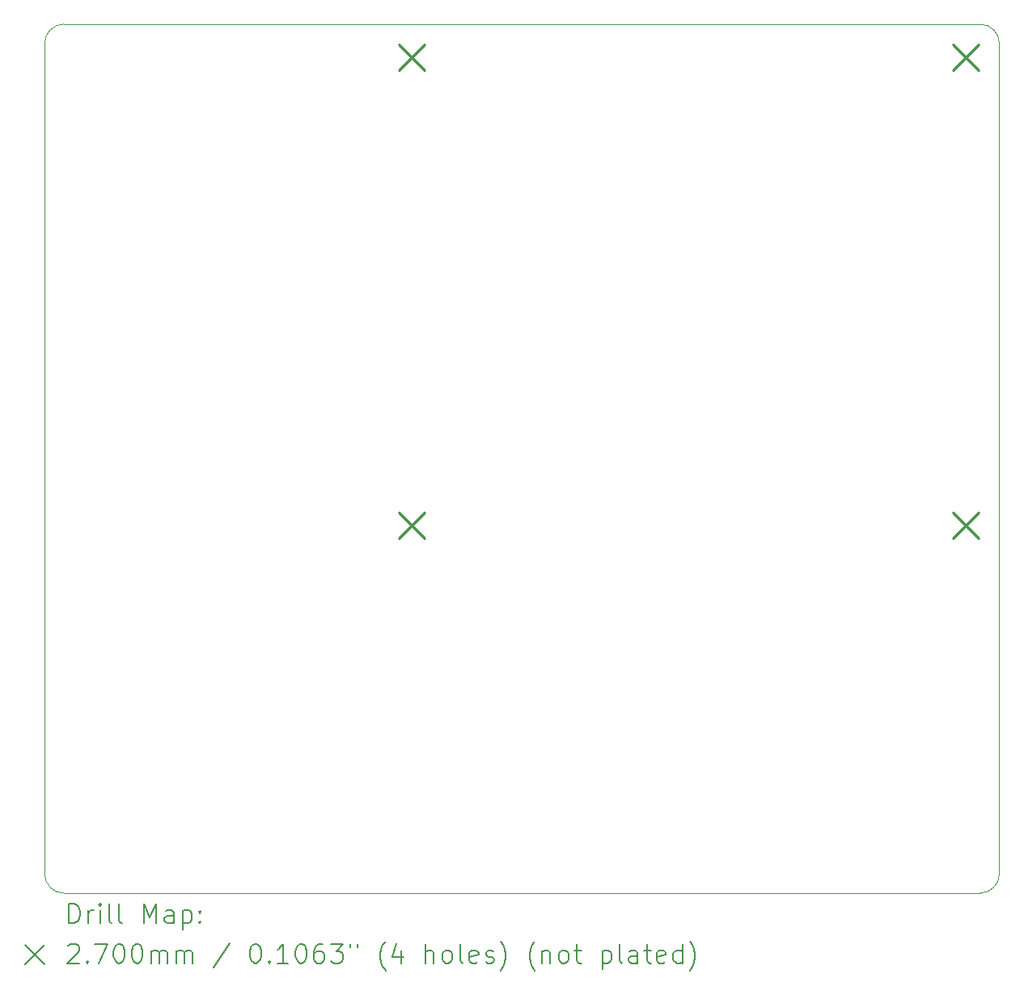
<source format=gbr>
%TF.GenerationSoftware,KiCad,Pcbnew,(6.0.8)*%
%TF.CreationDate,2022-10-16T23:30:22+02:00*%
%TF.ProjectId,RPiWattMeterHatv3,52506957-6174-4744-9d65-746572486174,rev?*%
%TF.SameCoordinates,Original*%
%TF.FileFunction,Drillmap*%
%TF.FilePolarity,Positive*%
%FSLAX45Y45*%
G04 Gerber Fmt 4.5, Leading zero omitted, Abs format (unit mm)*
G04 Created by KiCad (PCBNEW (6.0.8)) date 2022-10-16 23:30:22*
%MOMM*%
%LPD*%
G01*
G04 APERTURE LIST*
%ADD10C,0.050000*%
%ADD11C,0.200000*%
%ADD12C,0.270000*%
G04 APERTURE END LIST*
D10*
X6707500Y-4400000D02*
X16300000Y-4400000D01*
X6507500Y-13302000D02*
X6507500Y-4600000D01*
X16500000Y-4600000D02*
X16500000Y-13302000D01*
X16500000Y-4600000D02*
G75*
G03*
X16300000Y-4400000I-200000J0D01*
G01*
X16300000Y-13502000D02*
X6707500Y-13502000D01*
X16300000Y-13502000D02*
G75*
G03*
X16500000Y-13302000I0J200000D01*
G01*
X6507500Y-13302000D02*
G75*
G03*
X6707500Y-13502000I200000J0D01*
G01*
X6707500Y-4400000D02*
G75*
G03*
X6507500Y-4600000I0J-200000D01*
G01*
D11*
D12*
X10215000Y-4615000D02*
X10485000Y-4885000D01*
X10485000Y-4615000D02*
X10215000Y-4885000D01*
X10215000Y-9515000D02*
X10485000Y-9785000D01*
X10485000Y-9515000D02*
X10215000Y-9785000D01*
X16015000Y-4615000D02*
X16285000Y-4885000D01*
X16285000Y-4615000D02*
X16015000Y-4885000D01*
X16015000Y-9515000D02*
X16285000Y-9785000D01*
X16285000Y-9515000D02*
X16015000Y-9785000D01*
D11*
X6762619Y-13814976D02*
X6762619Y-13614976D01*
X6810238Y-13614976D01*
X6838809Y-13624500D01*
X6857857Y-13643548D01*
X6867381Y-13662595D01*
X6876905Y-13700690D01*
X6876905Y-13729262D01*
X6867381Y-13767357D01*
X6857857Y-13786405D01*
X6838809Y-13805452D01*
X6810238Y-13814976D01*
X6762619Y-13814976D01*
X6962619Y-13814976D02*
X6962619Y-13681643D01*
X6962619Y-13719738D02*
X6972143Y-13700690D01*
X6981667Y-13691167D01*
X7000714Y-13681643D01*
X7019762Y-13681643D01*
X7086428Y-13814976D02*
X7086428Y-13681643D01*
X7086428Y-13614976D02*
X7076905Y-13624500D01*
X7086428Y-13634024D01*
X7095952Y-13624500D01*
X7086428Y-13614976D01*
X7086428Y-13634024D01*
X7210238Y-13814976D02*
X7191190Y-13805452D01*
X7181667Y-13786405D01*
X7181667Y-13614976D01*
X7315000Y-13814976D02*
X7295952Y-13805452D01*
X7286428Y-13786405D01*
X7286428Y-13614976D01*
X7543571Y-13814976D02*
X7543571Y-13614976D01*
X7610238Y-13757833D01*
X7676905Y-13614976D01*
X7676905Y-13814976D01*
X7857857Y-13814976D02*
X7857857Y-13710214D01*
X7848333Y-13691167D01*
X7829286Y-13681643D01*
X7791190Y-13681643D01*
X7772143Y-13691167D01*
X7857857Y-13805452D02*
X7838809Y-13814976D01*
X7791190Y-13814976D01*
X7772143Y-13805452D01*
X7762619Y-13786405D01*
X7762619Y-13767357D01*
X7772143Y-13748309D01*
X7791190Y-13738786D01*
X7838809Y-13738786D01*
X7857857Y-13729262D01*
X7953095Y-13681643D02*
X7953095Y-13881643D01*
X7953095Y-13691167D02*
X7972143Y-13681643D01*
X8010238Y-13681643D01*
X8029286Y-13691167D01*
X8038809Y-13700690D01*
X8048333Y-13719738D01*
X8048333Y-13776881D01*
X8038809Y-13795928D01*
X8029286Y-13805452D01*
X8010238Y-13814976D01*
X7972143Y-13814976D01*
X7953095Y-13805452D01*
X8134048Y-13795928D02*
X8143571Y-13805452D01*
X8134048Y-13814976D01*
X8124524Y-13805452D01*
X8134048Y-13795928D01*
X8134048Y-13814976D01*
X8134048Y-13691167D02*
X8143571Y-13700690D01*
X8134048Y-13710214D01*
X8124524Y-13700690D01*
X8134048Y-13691167D01*
X8134048Y-13710214D01*
X6305000Y-14044500D02*
X6505000Y-14244500D01*
X6505000Y-14044500D02*
X6305000Y-14244500D01*
X6753095Y-14054024D02*
X6762619Y-14044500D01*
X6781667Y-14034976D01*
X6829286Y-14034976D01*
X6848333Y-14044500D01*
X6857857Y-14054024D01*
X6867381Y-14073071D01*
X6867381Y-14092119D01*
X6857857Y-14120690D01*
X6743571Y-14234976D01*
X6867381Y-14234976D01*
X6953095Y-14215928D02*
X6962619Y-14225452D01*
X6953095Y-14234976D01*
X6943571Y-14225452D01*
X6953095Y-14215928D01*
X6953095Y-14234976D01*
X7029286Y-14034976D02*
X7162619Y-14034976D01*
X7076905Y-14234976D01*
X7276905Y-14034976D02*
X7295952Y-14034976D01*
X7315000Y-14044500D01*
X7324524Y-14054024D01*
X7334048Y-14073071D01*
X7343571Y-14111167D01*
X7343571Y-14158786D01*
X7334048Y-14196881D01*
X7324524Y-14215928D01*
X7315000Y-14225452D01*
X7295952Y-14234976D01*
X7276905Y-14234976D01*
X7257857Y-14225452D01*
X7248333Y-14215928D01*
X7238809Y-14196881D01*
X7229286Y-14158786D01*
X7229286Y-14111167D01*
X7238809Y-14073071D01*
X7248333Y-14054024D01*
X7257857Y-14044500D01*
X7276905Y-14034976D01*
X7467381Y-14034976D02*
X7486428Y-14034976D01*
X7505476Y-14044500D01*
X7515000Y-14054024D01*
X7524524Y-14073071D01*
X7534048Y-14111167D01*
X7534048Y-14158786D01*
X7524524Y-14196881D01*
X7515000Y-14215928D01*
X7505476Y-14225452D01*
X7486428Y-14234976D01*
X7467381Y-14234976D01*
X7448333Y-14225452D01*
X7438809Y-14215928D01*
X7429286Y-14196881D01*
X7419762Y-14158786D01*
X7419762Y-14111167D01*
X7429286Y-14073071D01*
X7438809Y-14054024D01*
X7448333Y-14044500D01*
X7467381Y-14034976D01*
X7619762Y-14234976D02*
X7619762Y-14101643D01*
X7619762Y-14120690D02*
X7629286Y-14111167D01*
X7648333Y-14101643D01*
X7676905Y-14101643D01*
X7695952Y-14111167D01*
X7705476Y-14130214D01*
X7705476Y-14234976D01*
X7705476Y-14130214D02*
X7715000Y-14111167D01*
X7734048Y-14101643D01*
X7762619Y-14101643D01*
X7781667Y-14111167D01*
X7791190Y-14130214D01*
X7791190Y-14234976D01*
X7886428Y-14234976D02*
X7886428Y-14101643D01*
X7886428Y-14120690D02*
X7895952Y-14111167D01*
X7915000Y-14101643D01*
X7943571Y-14101643D01*
X7962619Y-14111167D01*
X7972143Y-14130214D01*
X7972143Y-14234976D01*
X7972143Y-14130214D02*
X7981667Y-14111167D01*
X8000714Y-14101643D01*
X8029286Y-14101643D01*
X8048333Y-14111167D01*
X8057857Y-14130214D01*
X8057857Y-14234976D01*
X8448333Y-14025452D02*
X8276905Y-14282595D01*
X8705476Y-14034976D02*
X8724524Y-14034976D01*
X8743571Y-14044500D01*
X8753095Y-14054024D01*
X8762619Y-14073071D01*
X8772143Y-14111167D01*
X8772143Y-14158786D01*
X8762619Y-14196881D01*
X8753095Y-14215928D01*
X8743571Y-14225452D01*
X8724524Y-14234976D01*
X8705476Y-14234976D01*
X8686429Y-14225452D01*
X8676905Y-14215928D01*
X8667381Y-14196881D01*
X8657857Y-14158786D01*
X8657857Y-14111167D01*
X8667381Y-14073071D01*
X8676905Y-14054024D01*
X8686429Y-14044500D01*
X8705476Y-14034976D01*
X8857857Y-14215928D02*
X8867381Y-14225452D01*
X8857857Y-14234976D01*
X8848333Y-14225452D01*
X8857857Y-14215928D01*
X8857857Y-14234976D01*
X9057857Y-14234976D02*
X8943571Y-14234976D01*
X9000714Y-14234976D02*
X9000714Y-14034976D01*
X8981667Y-14063548D01*
X8962619Y-14082595D01*
X8943571Y-14092119D01*
X9181667Y-14034976D02*
X9200714Y-14034976D01*
X9219762Y-14044500D01*
X9229286Y-14054024D01*
X9238810Y-14073071D01*
X9248333Y-14111167D01*
X9248333Y-14158786D01*
X9238810Y-14196881D01*
X9229286Y-14215928D01*
X9219762Y-14225452D01*
X9200714Y-14234976D01*
X9181667Y-14234976D01*
X9162619Y-14225452D01*
X9153095Y-14215928D01*
X9143571Y-14196881D01*
X9134048Y-14158786D01*
X9134048Y-14111167D01*
X9143571Y-14073071D01*
X9153095Y-14054024D01*
X9162619Y-14044500D01*
X9181667Y-14034976D01*
X9419762Y-14034976D02*
X9381667Y-14034976D01*
X9362619Y-14044500D01*
X9353095Y-14054024D01*
X9334048Y-14082595D01*
X9324524Y-14120690D01*
X9324524Y-14196881D01*
X9334048Y-14215928D01*
X9343571Y-14225452D01*
X9362619Y-14234976D01*
X9400714Y-14234976D01*
X9419762Y-14225452D01*
X9429286Y-14215928D01*
X9438810Y-14196881D01*
X9438810Y-14149262D01*
X9429286Y-14130214D01*
X9419762Y-14120690D01*
X9400714Y-14111167D01*
X9362619Y-14111167D01*
X9343571Y-14120690D01*
X9334048Y-14130214D01*
X9324524Y-14149262D01*
X9505476Y-14034976D02*
X9629286Y-14034976D01*
X9562619Y-14111167D01*
X9591190Y-14111167D01*
X9610238Y-14120690D01*
X9619762Y-14130214D01*
X9629286Y-14149262D01*
X9629286Y-14196881D01*
X9619762Y-14215928D01*
X9610238Y-14225452D01*
X9591190Y-14234976D01*
X9534048Y-14234976D01*
X9515000Y-14225452D01*
X9505476Y-14215928D01*
X9705476Y-14034976D02*
X9705476Y-14073071D01*
X9781667Y-14034976D02*
X9781667Y-14073071D01*
X10076905Y-14311167D02*
X10067381Y-14301643D01*
X10048333Y-14273071D01*
X10038810Y-14254024D01*
X10029286Y-14225452D01*
X10019762Y-14177833D01*
X10019762Y-14139738D01*
X10029286Y-14092119D01*
X10038810Y-14063548D01*
X10048333Y-14044500D01*
X10067381Y-14015928D01*
X10076905Y-14006405D01*
X10238810Y-14101643D02*
X10238810Y-14234976D01*
X10191190Y-14025452D02*
X10143571Y-14168309D01*
X10267381Y-14168309D01*
X10495952Y-14234976D02*
X10495952Y-14034976D01*
X10581667Y-14234976D02*
X10581667Y-14130214D01*
X10572143Y-14111167D01*
X10553095Y-14101643D01*
X10524524Y-14101643D01*
X10505476Y-14111167D01*
X10495952Y-14120690D01*
X10705476Y-14234976D02*
X10686429Y-14225452D01*
X10676905Y-14215928D01*
X10667381Y-14196881D01*
X10667381Y-14139738D01*
X10676905Y-14120690D01*
X10686429Y-14111167D01*
X10705476Y-14101643D01*
X10734048Y-14101643D01*
X10753095Y-14111167D01*
X10762619Y-14120690D01*
X10772143Y-14139738D01*
X10772143Y-14196881D01*
X10762619Y-14215928D01*
X10753095Y-14225452D01*
X10734048Y-14234976D01*
X10705476Y-14234976D01*
X10886429Y-14234976D02*
X10867381Y-14225452D01*
X10857857Y-14206405D01*
X10857857Y-14034976D01*
X11038810Y-14225452D02*
X11019762Y-14234976D01*
X10981667Y-14234976D01*
X10962619Y-14225452D01*
X10953095Y-14206405D01*
X10953095Y-14130214D01*
X10962619Y-14111167D01*
X10981667Y-14101643D01*
X11019762Y-14101643D01*
X11038810Y-14111167D01*
X11048333Y-14130214D01*
X11048333Y-14149262D01*
X10953095Y-14168309D01*
X11124524Y-14225452D02*
X11143571Y-14234976D01*
X11181667Y-14234976D01*
X11200714Y-14225452D01*
X11210238Y-14206405D01*
X11210238Y-14196881D01*
X11200714Y-14177833D01*
X11181667Y-14168309D01*
X11153095Y-14168309D01*
X11134048Y-14158786D01*
X11124524Y-14139738D01*
X11124524Y-14130214D01*
X11134048Y-14111167D01*
X11153095Y-14101643D01*
X11181667Y-14101643D01*
X11200714Y-14111167D01*
X11276905Y-14311167D02*
X11286428Y-14301643D01*
X11305476Y-14273071D01*
X11315000Y-14254024D01*
X11324524Y-14225452D01*
X11334048Y-14177833D01*
X11334048Y-14139738D01*
X11324524Y-14092119D01*
X11315000Y-14063548D01*
X11305476Y-14044500D01*
X11286428Y-14015928D01*
X11276905Y-14006405D01*
X11638809Y-14311167D02*
X11629286Y-14301643D01*
X11610238Y-14273071D01*
X11600714Y-14254024D01*
X11591190Y-14225452D01*
X11581667Y-14177833D01*
X11581667Y-14139738D01*
X11591190Y-14092119D01*
X11600714Y-14063548D01*
X11610238Y-14044500D01*
X11629286Y-14015928D01*
X11638809Y-14006405D01*
X11715000Y-14101643D02*
X11715000Y-14234976D01*
X11715000Y-14120690D02*
X11724524Y-14111167D01*
X11743571Y-14101643D01*
X11772143Y-14101643D01*
X11791190Y-14111167D01*
X11800714Y-14130214D01*
X11800714Y-14234976D01*
X11924524Y-14234976D02*
X11905476Y-14225452D01*
X11895952Y-14215928D01*
X11886428Y-14196881D01*
X11886428Y-14139738D01*
X11895952Y-14120690D01*
X11905476Y-14111167D01*
X11924524Y-14101643D01*
X11953095Y-14101643D01*
X11972143Y-14111167D01*
X11981667Y-14120690D01*
X11991190Y-14139738D01*
X11991190Y-14196881D01*
X11981667Y-14215928D01*
X11972143Y-14225452D01*
X11953095Y-14234976D01*
X11924524Y-14234976D01*
X12048333Y-14101643D02*
X12124524Y-14101643D01*
X12076905Y-14034976D02*
X12076905Y-14206405D01*
X12086428Y-14225452D01*
X12105476Y-14234976D01*
X12124524Y-14234976D01*
X12343571Y-14101643D02*
X12343571Y-14301643D01*
X12343571Y-14111167D02*
X12362619Y-14101643D01*
X12400714Y-14101643D01*
X12419762Y-14111167D01*
X12429286Y-14120690D01*
X12438809Y-14139738D01*
X12438809Y-14196881D01*
X12429286Y-14215928D01*
X12419762Y-14225452D01*
X12400714Y-14234976D01*
X12362619Y-14234976D01*
X12343571Y-14225452D01*
X12553095Y-14234976D02*
X12534048Y-14225452D01*
X12524524Y-14206405D01*
X12524524Y-14034976D01*
X12715000Y-14234976D02*
X12715000Y-14130214D01*
X12705476Y-14111167D01*
X12686428Y-14101643D01*
X12648333Y-14101643D01*
X12629286Y-14111167D01*
X12715000Y-14225452D02*
X12695952Y-14234976D01*
X12648333Y-14234976D01*
X12629286Y-14225452D01*
X12619762Y-14206405D01*
X12619762Y-14187357D01*
X12629286Y-14168309D01*
X12648333Y-14158786D01*
X12695952Y-14158786D01*
X12715000Y-14149262D01*
X12781667Y-14101643D02*
X12857857Y-14101643D01*
X12810238Y-14034976D02*
X12810238Y-14206405D01*
X12819762Y-14225452D01*
X12838809Y-14234976D01*
X12857857Y-14234976D01*
X13000714Y-14225452D02*
X12981667Y-14234976D01*
X12943571Y-14234976D01*
X12924524Y-14225452D01*
X12915000Y-14206405D01*
X12915000Y-14130214D01*
X12924524Y-14111167D01*
X12943571Y-14101643D01*
X12981667Y-14101643D01*
X13000714Y-14111167D01*
X13010238Y-14130214D01*
X13010238Y-14149262D01*
X12915000Y-14168309D01*
X13181667Y-14234976D02*
X13181667Y-14034976D01*
X13181667Y-14225452D02*
X13162619Y-14234976D01*
X13124524Y-14234976D01*
X13105476Y-14225452D01*
X13095952Y-14215928D01*
X13086428Y-14196881D01*
X13086428Y-14139738D01*
X13095952Y-14120690D01*
X13105476Y-14111167D01*
X13124524Y-14101643D01*
X13162619Y-14101643D01*
X13181667Y-14111167D01*
X13257857Y-14311167D02*
X13267381Y-14301643D01*
X13286428Y-14273071D01*
X13295952Y-14254024D01*
X13305476Y-14225452D01*
X13315000Y-14177833D01*
X13315000Y-14139738D01*
X13305476Y-14092119D01*
X13295952Y-14063548D01*
X13286428Y-14044500D01*
X13267381Y-14015928D01*
X13257857Y-14006405D01*
M02*

</source>
